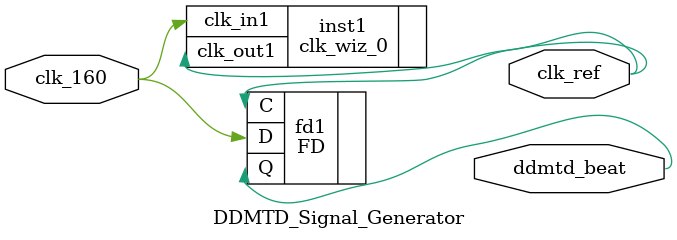
<source format=v>
`timescale 1ns / 1ps


module DDMTD_Signal_Generator(
    input clk_160,
    output clk_ref,
    output ddmtd_beat
    );
    
    
    clk_wiz_0 inst1(
      .clk_out1(clk_ref),
  // Status and control signals
//  .reset(_),
 // Clock in ports
  .clk_in1(clk_160)
  
    );
    
    
    
    FD fd1(
    .D(clk_160),
    .Q(ddmtd_beat),
    .C(clk_ref)
    );
    
    
    
endmodule

</source>
